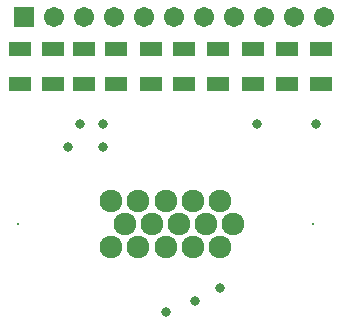
<source format=gbr>
G04*
G04 #@! TF.GenerationSoftware,Altium Limited,Altium Designer,22.4.2 (48)*
G04*
G04 Layer_Color=8388736*
%FSLAX25Y25*%
%MOIN*%
G70*
G04*
G04 #@! TF.SameCoordinates,550AB15D-F781-4C29-8757-C47261610ABA*
G04*
G04*
G04 #@! TF.FilePolarity,Negative*
G04*
G01*
G75*
%ADD14R,0.07611X0.04619*%
%ADD15C,0.06737*%
%ADD16R,0.06737X0.06737*%
%ADD17C,0.07587*%
%ADD18C,0.00800*%
%ADD19C,0.03162*%
D14*
X127625Y97763D02*
D03*
Y86109D02*
D03*
X104986Y97763D02*
D03*
Y86109D02*
D03*
X93439Y97763D02*
D03*
Y86109D02*
D03*
X82023Y97763D02*
D03*
Y86109D02*
D03*
X70801Y97763D02*
D03*
Y86109D02*
D03*
X59435Y97763D02*
D03*
Y86109D02*
D03*
X48460Y97763D02*
D03*
Y86109D02*
D03*
X38124Y97763D02*
D03*
Y86109D02*
D03*
X27146Y97763D02*
D03*
Y86109D02*
D03*
X116142Y97763D02*
D03*
Y86109D02*
D03*
D15*
X68740Y108268D02*
D03*
X58740D02*
D03*
X48740D02*
D03*
X38740D02*
D03*
X78740D02*
D03*
X128740D02*
D03*
X118740D02*
D03*
X108740D02*
D03*
X98740D02*
D03*
X88740D02*
D03*
D16*
X28740D02*
D03*
D17*
X93925Y47165D02*
D03*
X84870D02*
D03*
X75815D02*
D03*
X66760D02*
D03*
X57705D02*
D03*
Y31575D02*
D03*
X75815D02*
D03*
X66760D02*
D03*
X84870D02*
D03*
X93925D02*
D03*
X62205Y39370D02*
D03*
X80315D02*
D03*
X71260D02*
D03*
X89370D02*
D03*
X98425D02*
D03*
D18*
X125028D02*
D03*
X26602D02*
D03*
D19*
X43307Y64961D02*
D03*
X55118D02*
D03*
X106299Y72835D02*
D03*
X125984D02*
D03*
X75847Y9867D02*
D03*
X47244Y72835D02*
D03*
X55118D02*
D03*
X85660Y13738D02*
D03*
X93941Y18110D02*
D03*
M02*

</source>
